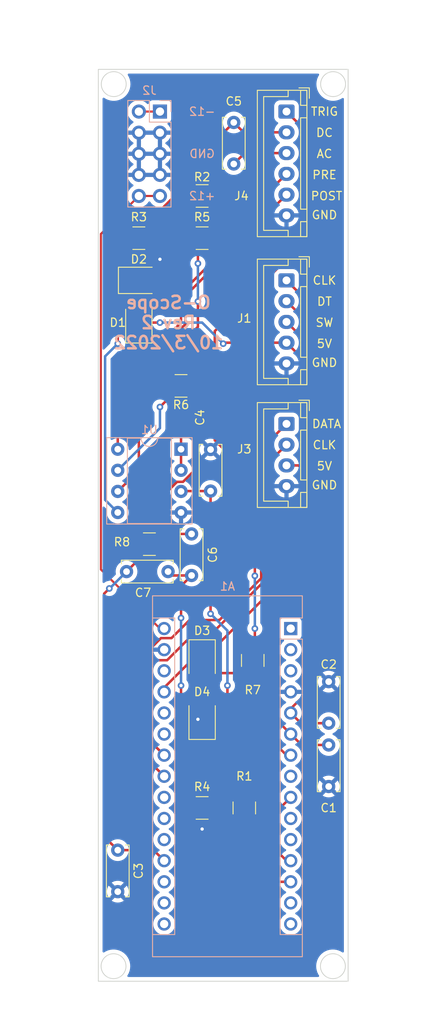
<source format=kicad_pcb>
(kicad_pcb (version 20211014) (generator pcbnew)
  (layers (0 "F.Cu" signal) (31 "B.Cu" signal) (34 "B.Paste" user) (35 "F.Paste" user) (36 "B.SilkS" user "B.Silkscreen") (37 "F.SilkS" user "F.Silkscreen") (38 "B.Mask" user) (39 "F.Mask" user) (44 "Edge.Cuts" user))
  (net 0 "")
  (net 4 "GND")
  (net 5 "EncoderCLK")
  (net 6 "EncoderDT")
  (net 7 "EncoderSW")
  (net 9 "ExternalTrigger")
  (net 12 "OffsetOut")
  (net 13 "LowPassInput")
  (net 19 "SignalIn")
  (net 23 "OLEDData")
  (net 24 "OLEDClock")
  (net 27 "+5V")
  (net 29 "+12V")
  (net 30 "Net-(C4-Pad1)")
  (net 31 "DCInput")
  (net 32 "ACInput")
  (net 33 "Net-(C6-Pad2)")
  (net 34 "Net-(D1-Pad2)")
  (net 35 "-12V")
  (net 36 "TriggerJack")
  (net 37 "PreGain")
  (net 38 "PostGain")
  (net 39 "OffsetVoltage")
  (footprint "Diode_SMD:D_1210_3225Metric_Pad1.42x2.65mm_HandSolder" (layer "F.Cu") (at 55.88 101.6 -90)
    (fp_text reference "D3" (at -3.556 0 180) (layer "F.SilkS"))
    (fp_text value "D_Schottky")
    (fp_line (start -2.46 -1.585) (end -2.46 1.585) (layer "F.SilkS") (width 0.12))
    (fp_line (start 1.6 -1.585) (end -2.46 -1.585) (layer "F.SilkS") (width 0.12))
    (fp_line (start -2.46 1.585) (end 1.6 1.585) (layer "F.SilkS") (width 0.12))
    (pad "1" smd roundrect (at -1.4875 0 270) (size 1.425 2.65) (layers "F.Cu" "F.Paste" "F.Mask") (roundrect_rratio 0.175439) (net 27 "+5V"))
    (pad "2" smd roundrect (at 1.4875 0 270) (size 1.425 2.65) (layers "F.Cu" "F.Paste" "F.Mask") (roundrect_rratio 0.175439) (net 9 "ExternalTrigger"))
  )
  (footprint "Resistor_SMD:R_1210_3225Metric_Pad1.30x2.65mm_HandSolder" (layer "F.Cu") (at 49.53 87.63)
    (fp_text reference "R8" (at -3.302 -0.254) (layer "F.SilkS"))
    (fp_text value "1k O")
    (fp_line (start -0.723737 1.355) (end 0.723737 1.355) (layer "F.SilkS") (width 0.12))
    (fp_line (start -0.723737 -1.355) (end 0.723737 -1.355) (layer "F.SilkS") (width 0.12))
    (pad "1" smd roundrect (at -1.55 0) (size 1.3 2.65) (layers "F.Cu" "F.Paste" "F.Mask") (roundrect_rratio 0.192308) (net 19 "SignalIn"))
    (pad "2" smd roundrect (at 1.55 0) (size 1.3 2.65) (layers "F.Cu" "F.Paste" "F.Mask") (roundrect_rratio 0.192308) (net 33 "Net-(C6-Pad2)"))
  )
  (footprint "Capacitor_THT:C_Disc_D6.0mm_W2.5mm_P5.00mm" (layer "F.Cu") (at 59.69 36.87 -90)
    (fp_text reference "C5" (at -2.54 0) (layer "F.SilkS"))
    (fp_text value "4.7 uF")
    (fp_line (start 5.62 0.925) (end 5.62 1.37) (layer "F.SilkS") (width 0.12))
    (fp_line (start 5.62 -1.37) (end 5.62 -0.925) (layer "F.SilkS") (width 0.12))
    (fp_line (start -0.62 0.925) (end -0.62 1.37) (layer "F.SilkS") (width 0.12))
    (fp_line (start -0.62 1.37) (end 5.62 1.37) (layer "F.SilkS") (width 0.12))
    (fp_line (start -0.62 -1.37) (end -0.62 -0.925) (layer "F.SilkS") (width 0.12))
    (fp_line (start -0.62 -1.37) (end 5.62 -1.37) (layer "F.SilkS") (width 0.12))
    (pad "1" thru_hole circle (at 0 0 270) (size 1.6 1.6) (drill 0.8) (layers *.Cu *.Mask) (net 31 "DCInput"))
    (pad "2" thru_hole circle (at 5 0 270) (size 1.6 1.6) (drill 0.8) (layers *.Cu *.Mask) (net 32 "ACInput"))
  )
  (footprint "Diode_SMD:D_1210_3225Metric_Pad1.42x2.65mm_HandSolder" (layer "F.Cu") (at 55.88 108.6755 90)
    (fp_text reference "D4" (at 3.2655 0 180) (layer "F.SilkS"))
    (fp_text value "D_Schottky")
    (fp_line (start -2.46 -1.585) (end -2.46 1.585) (layer "F.SilkS") (width 0.12))
    (fp_line (start 1.6 -1.585) (end -2.46 -1.585) (layer "F.SilkS") (width 0.12))
    (fp_line (start -2.46 1.585) (end 1.6 1.585) (layer "F.SilkS") (width 0.12))
    (pad "1" smd roundrect (at -1.4875 0 90) (size 1.425 2.65) (layers "F.Cu" "F.Paste" "F.Mask") (roundrect_rratio 0.175439) (net 9 "ExternalTrigger"))
    (pad "2" smd roundrect (at 1.4875 0 90) (size 1.425 2.65) (layers "F.Cu" "F.Paste" "F.Mask") (roundrect_rratio 0.175439) (net 4 "GND"))
  )
  (footprint "Resistor_SMD:R_1210_3225Metric_Pad1.30x2.65mm_HandSolder" (layer "F.Cu") (at 61.976 101.626 -90)
    (fp_text reference "R7" (at 3.556 0 180) (layer "F.SilkS"))
    (fp_text value "1k O")
    (fp_line (start -0.723737 -1.355) (end 0.723737 -1.355) (layer "F.SilkS") (width 0.12))
    (fp_line (start -0.723737 1.355) (end 0.723737 1.355) (layer "F.SilkS") (width 0.12))
    (pad "1" smd roundrect (at -1.55 0 270) (size 1.3 2.65) (layers "F.Cu" "F.Paste" "F.Mask") (roundrect_rratio 0.192308) (net 36 "TriggerJack"))
    (pad "2" smd roundrect (at 1.55 0 270) (size 1.3 2.65) (layers "F.Cu" "F.Paste" "F.Mask") (roundrect_rratio 0.192308) (net 9 "ExternalTrigger"))
  )
  (footprint "Resistor_SMD:R_1210_3225Metric_Pad1.30x2.65mm_HandSolder" (layer "F.Cu") (at 53.34 68.58 180)
    (fp_text reference "R6" (at 0 -2.28) (layer "F.SilkS"))
    (fp_text value "1k O")
    (fp_line (start -0.723737 1.355) (end 0.723737 1.355) (layer "F.SilkS") (width 0.12))
    (fp_line (start -0.723737 -1.355) (end 0.723737 -1.355) (layer "F.SilkS") (width 0.12))
    (pad "1" smd roundrect (at -1.55 0 180) (size 1.3 2.65) (layers "F.Cu" "F.Paste" "F.Mask") (roundrect_rratio 0.192308) (net 33 "Net-(C6-Pad2)"))
    (pad "2" smd roundrect (at 1.55 0 180) (size 1.3 2.65) (layers "F.Cu" "F.Paste" "F.Mask") (roundrect_rratio 0.192308) (net 38 "PostGain"))
  )
  (footprint "Diode_SMD:D_1210_3225Metric_Pad1.42x2.65mm_HandSolder" (layer "F.Cu") (at 48.26 55.88)
    (fp_text reference "D2" (at 0 -2.54) (layer "F.SilkS"))
    (fp_text value "D_Schottky")
    (fp_line (start -2.46 -1.585) (end -2.46 1.585) (layer "F.SilkS") (width 0.12))
    (fp_line (start -2.46 1.585) (end 1.6 1.585) (layer "F.SilkS") (width 0.12))
    (fp_line (start 1.6 -1.585) (end -2.46 -1.585) (layer "F.SilkS") (width 0.12))
    (pad "1" smd roundrect (at -1.4875 0) (size 1.425 2.65) (layers "F.Cu" "F.Paste" "F.Mask") (roundrect_rratio 0.175439) (net 34 "Net-(D1-Pad2)"))
    (pad "2" smd roundrect (at 1.4875 0) (size 1.425 2.65) (layers "F.Cu" "F.Paste" "F.Mask") (roundrect_rratio 0.175439) (net 4 "GND"))
  )
  (footprint "Connector_JST:JST_XH_B6B-XH-A_1x06_P2.50mm_Vertical" (layer "F.Cu") (at 66.04 35.56 -90)
    (fp_text reference "J4" (at 10.16 5.425 180) (layer "F.SilkS"))
    (fp_text value "Input Header")
    (fp_line (start 15.06 3.51) (end 15.06 -2.46) (layer "F.SilkS") (width 0.12))
    (fp_line (start -2.55 -2.45) (end -2.55 -1.7) (layer "F.SilkS") (width 0.12))
    (fp_line (start 15.06 -2.46) (end -2.56 -2.46) (layer "F.SilkS") (width 0.12))
    (fp_line (start 14.3 2.75) (end 6.25 2.75) (layer "F.SilkS") (width 0.12))
    (fp_line (start 0.75 -1.7) (end 11.75 -1.7) (layer "F.SilkS") (width 0.12))
    (fp_line (start -2.56 -2.46) (end -2.56 3.51) (layer "F.SilkS") (width 0.12))
    (fp_line (start -0.75 -2.45) (end -2.55 -2.45) (layer "F.SilkS") (width 0.12))
    (fp_line (start 13.25 -1.7) (end 15.05 -1.7) (layer "F.SilkS") (width 0.12))
    (fp_line (start -2.85 -2.75) (end -2.85 -1.5) (layer "F.SilkS") (width 0.12))
    (fp_line (start -1.8 -0.2) (end -1.8 2.75) (layer "F.SilkS") (width 0.12))
    (fp_line (start 0.75 -2.45) (end 0.75 -1.7) (layer "F.SilkS") (width 0.12))
    (fp_line (start -2.55 -0.2) (end -1.8 -0.2) (layer "F.SilkS") (width 0.12))
    (fp_line (start 14.3 -0.2) (end 14.3 2.75) (layer "F.SilkS") (width 0.12))
    (fp_line (start -2.55 -1.7) (end -0.75 -1.7) (layer "F.SilkS") (width 0.12))
    (fp_line (start 11.75 -1.7) (end 11.75 -2.45) (layer "F.SilkS") (width 0.12))
    (fp_line (start -2.56 3.51) (end 15.06 3.51) (layer "F.SilkS") (width 0.12))
    (fp_line (start -0.75 -1.7) (end -0.75 -2.45) (layer "F.SilkS") (width 0.12))
    (fp_line (start -1.6 -2.75) (end -2.85 -2.75) (layer "F.SilkS") (width 0.12))
    (fp_line (start 11.75 -2.45) (end 0.75 -2.45) (layer "F.SilkS") (width 0.12))
    (fp_line (start 15.05 -0.2) (end 14.3 -0.2) (layer "F.SilkS") (width 0.12))
    (fp_line (start -1.8 2.75) (end 6.25 2.75) (layer "F.SilkS") (width 0.12))
    (fp_line (start 13.25 -2.45) (end 13.25 -1.7) (layer "F.SilkS") (width 0.12))
    (fp_line (start 15.05 -2.45) (end 13.25 -2.45) (layer "F.SilkS") (width 0.12))
    (fp_line (start 15.05 -1.7) (end 15.05 -2.45) (layer "F.SilkS") (width 0.12))
    (pad "1" thru_hole roundrect (at 0 0 270) (size 1.7 1.95) (drill 0.95) (layers *.Cu *.Mask) (roundrect_rratio 0.147059) (net 36 "TriggerJack"))
    (pad "2" thru_hole oval (at 2.5 0 270) (size 1.7 1.95) (drill 0.95) (layers *.Cu *.Mask) (net 31 "DCInput"))
    (pad "3" thru_hole oval (at 5 0 270) (size 1.7 1.95) (drill 0.95) (layers *.Cu *.Mask) (net 32 "ACInput"))
    (pad "4" thru_hole oval (at 7.5 0 270) (size 1.7 1.95) (drill 0.95) (layers *.Cu *.Mask) (net 37 "PreGain"))
    (pad "5" thru_hole oval (at 10 0 270) (size 1.7 1.95) (drill 0.95) (layers *.Cu *.Mask) (net 38 "PostGain"))
    (pad "6" thru_hole oval (at 12.5 0 270) (size 1.7 1.95) (drill 0.95) (layers *.Cu *.Mask) (net 4 "GND"))
  )
  (footprint "Capacitor_THT:C_Disc_D6.0mm_W2.5mm_P5.00mm" (layer "F.Cu") (at 45.72 124.46 -90)
    (fp_text reference "C3" (at 2.5 -2.5 90) (layer "F.SilkS"))
    (fp_text value "470pf")
    (fp_line (start -0.62 0.925) (end -0.62 1.37) (layer "F.SilkS") (width 0.12))
    (fp_line (start -0.62 1.37) (end 5.62 1.37) (layer "F.SilkS") (width 0.12))
    (fp_line (start 5.62 0.925) (end 5.62 1.37) (layer "F.SilkS") (width 0.12))
    (fp_line (start -0.62 -1.37) (end -0.62 -0.925) (layer "F.SilkS") (width 0.12))
    (fp_line (start 5.62 -1.37) (end 5.62 -0.925) (layer "F.SilkS") (width 0.12))
    (fp_line (start -0.62 -1.37) (end 5.62 -1.37) (layer "F.SilkS") (width 0.12))
    (pad "1" thru_hole circle (at 0 0 270) (size 1.6 1.6) (drill 0.8) (layers *.Cu *.Mask) (net 19 "SignalIn"))
    (pad "2" thru_hole circle (at 5 0 270) (size 1.6 1.6) (drill 0.8) (layers *.Cu *.Mask) (net 4 "GND"))
  )
  (footprint "Connector_JST:JST_XH_B4B-XH-A_1x04_P2.50mm_Vertical" (layer "F.Cu") (at 66.04 73.152 -90)
    (fp_text reference "J3" (at 3.048 5.08) (layer "F.SilkS"))
    (fp_text value "OLED Header")
    (fp_line (start 10.05 -0.2) (end 9.3 -0.2) (layer "F.SilkS") (width 0.12))
    (fp_line (start -1.8 2.75) (end 3.75 2.75) (layer "F.SilkS") (width 0.12))
    (fp_line (start -1.8 -0.2) (end -1.8 2.75) (layer "F.SilkS") (width 0.12))
    (fp_line (start 10.06 -2.46) (end -2.56 -2.46) (layer "F.SilkS") (width 0.12))
    (fp_line (start 8.25 -2.45) (end 8.25 -1.7) (layer "F.SilkS") (width 0.12))
    (fp_line (start -2.55 -2.45) (end -2.55 -1.7) (layer "F.SilkS") (width 0.12))
    (fp_line (start 0.75 -2.45) (end 0.75 -1.7) (layer "F.SilkS") (width 0.12))
    (fp_line (start -1.6 -2.75) (end -2.85 -2.75) (layer "F.SilkS") (width 0.12))
    (fp_line (start -0.75 -2.45) (end -2.55 -2.45) (layer "F.SilkS") (width 0.12))
    (fp_line (start -2.56 3.51) (end 10.06 3.51) (layer "F.SilkS") (width 0.12))
    (fp_line (start 9.3 2.75) (end 3.75 2.75) (layer "F.SilkS") (width 0.12))
    (fp_line (start 10.05 -2.45) (end 8.25 -2.45) (layer "F.SilkS") (width 0.12))
    (fp_line (start 0.75 -1.7) (end 6.75 -1.7) (layer "F.SilkS") (width 0.12))
    (fp_line (start 10.06 3.51) (end 10.06 -2.46) (layer "F.SilkS") (width 0.12))
    (fp_line (start -2.55 -0.2) (end -1.8 -0.2) (layer "F.SilkS") (width 0.12))
    (fp_line (start -2.55 -1.7) (end -0.75 -1.7) (layer "F.SilkS") (width 0.12))
    (fp_line (start 8.25 -1.7) (end 10.05 -1.7) (layer "F.SilkS") (width 0.12))
    (fp_line (start 6.75 -1.7) (end 6.75 -2.45) (layer "F.SilkS") (width 0.12))
    (fp_line (start 9.3 -0.2) (end 9.3 2.75) (layer "F.SilkS") (width 0.12))
    (fp_line (start 10.05 -1.7) (end 10.05 -2.45) (layer "F.SilkS") (width 0.12))
    (fp_line (start -2.85 -2.75) (end -2.85 -1.5) (layer "F.SilkS") (width 0.12))
    (fp_line (start 6.75 -2.45) (end 0.75 -2.45) (layer "F.SilkS") (width 0.12))
    (fp_line (start -0.75 -1.7) (end -0.75 -2.45) (layer "F.SilkS") (width 0.12))
    (fp_line (start -2.56 -2.46) (end -2.56 3.51) (layer "F.SilkS") (width 0.12))
    (pad "1" thru_hole roundrect (at 0 0 270) (size 1.7 1.95) (drill 0.95) (layers *.Cu *.Mask) (roundrect_rratio 0.147059) (net 23 "OLEDData"))
    (pad "2" thru_hole oval (at 2.5 0 270) (size 1.7 1.95) (drill 0.95) (layers *.Cu *.Mask) (net 24 "OLEDClock"))
    (pad "3" thru_hole oval (at 5 0 270) (size 1.7 1.95) (drill 0.95) (layers *.Cu *.Mask) (net 27 "+5V"))
    (pad "4" thru_hole oval (at 7.5 0 270) (size 1.7 1.95) (drill 0.95) (layers *.Cu *.Mask) (net 4 "GND"))
  )
  (footprint "Capacitor_THT:C_Disc_D6.0mm_W2.5mm_P5.00mm" (layer "F.Cu") (at 56.896 81.24 90)
    (fp_text reference "C4" (at 8.85 -1.27 90) (layer "F.SilkS"))
    (fp_text value "1uF")
    (fp_line (start -0.62 -1.37) (end 5.62 -1.37) (layer "F.SilkS") (width 0.12))
    (fp_line (start -0.62 -1.37) (end -0.62 -0.925) (layer "F.SilkS") (width 0.12))
    (fp_line (start -0.62 1.37) (end 5.62 1.37) (layer "F.SilkS") (width 0.12))
    (fp_line (start 5.62 0.925) (end 5.62 1.37) (layer "F.SilkS") (width 0.12))
    (fp_line (start -0.62 0.925) (end -0.62 1.37) (layer "F.SilkS") (width 0.12))
    (fp_line (start 5.62 -1.37) (end 5.62 -0.925) (layer "F.SilkS") (width 0.12))
    (pad "1" thru_hole circle (at 0 0 90) (size 1.6 1.6) (drill 0.8) (layers *.Cu *.Mask) (net 30 "Net-(C4-Pad1)"))
    (pad "2" thru_hole circle (at 5 0 90) (size 1.6 1.6) (drill 0.8) (layers *.Cu *.Mask) (net 4 "GND"))
  )
  (footprint "Resistor_SMD:R_1210_3225Metric_Pad1.30x2.65mm_HandSolder" (layer "F.Cu") (at 55.88 45.72)
    (fp_text reference "R2" (at 0 -2.28) (layer "F.SilkS"))
    (fp_text value "10k O")
    (fp_line (start -0.723737 1.355) (end 0.723737 1.355) (layer "F.SilkS") (width 0.12))
    (fp_line (start -0.723737 -1.355) (end 0.723737 -1.355) (layer "F.SilkS") (width 0.12))
    (pad "1" smd roundrect (at -1.55 0) (size 1.3 2.65) (layers "F.Cu" "F.Paste" "F.Mask") (roundrect_rratio 0.192308) (net 34 "Net-(D1-Pad2)"))
    (pad "2" smd roundrect (at 1.55 0) (size 1.3 2.65) (layers "F.Cu" "F.Paste" "F.Mask") (roundrect_rratio 0.192308) (net 31 "DCInput"))
  )
  (footprint "Capacitor_THT:C_Disc_D6.0mm_W2.5mm_P5.00mm" (layer "F.Cu") (at 54.61 91.4 90)
    (fp_text reference "C6" (at 2.5 2.54 90) (layer "F.SilkS"))
    (fp_text value "22 nF")
    (fp_line (start 5.62 0.925) (end 5.62 1.37) (layer "F.SilkS") (width 0.12))
    (fp_line (start -0.62 -1.37) (end -0.62 -0.925) (layer "F.SilkS") (width 0.12))
    (fp_line (start -0.62 0.925) (end -0.62 1.37) (layer "F.SilkS") (width 0.12))
    (fp_line (start -0.62 1.37) (end 5.62 1.37) (layer "F.SilkS") (width 0.12))
    (fp_line (start 5.62 -1.37) (end 5.62 -0.925) (layer "F.SilkS") (width 0.12))
    (fp_line (start -0.62 -1.37) (end 5.62 -1.37) (layer "F.SilkS") (width 0.12))
    (pad "1" thru_hole circle (at 0 0 90) (size 1.6 1.6) (drill 0.8) (layers *.Cu *.Mask) (net 13 "LowPassInput"))
    (pad "2" thru_hole circle (at 5 0 90) (size 1.6 1.6) (drill 0.8) (layers *.Cu *.Mask) (net 33 "Net-(C6-Pad2)"))
  )
  (footprint "Resistor_SMD:R_1210_3225Metric_Pad1.30x2.65mm_HandSolder" (layer "F.Cu") (at 55.88 119.38 180)
    (fp_text reference "R4" (at 0 2.54) (layer "F.SilkS"))
    (fp_text value "100k O")
    (fp_line (start -0.723737 1.355) (end 0.723737 1.355) (layer "F.SilkS") (width 0.12))
    (fp_line (start -0.723737 -1.355) (end 0.723737 -1.355) (layer "F.SilkS") (width 0.12))
    (pad "1" smd roundrect (at -1.55 0 180) (size 1.3 2.65) (layers "F.Cu" "F.Paste" "F.Mask") (roundrect_rratio 0.192308) (net 9 "ExternalTrigger"))
    (pad "2" smd roundrect (at 1.55 0 180) (size 1.3 2.65) (layers "F.Cu" "F.Paste" "F.Mask") (roundrect_rratio 0.192308) (net 4 "GND"))
  )
  (footprint "Resistor_SMD:R_1210_3225Metric_Pad1.30x2.65mm_HandSolder" (layer "F.Cu") (at 48.26 50.8)
    (fp_text reference "R3" (at 0 -2.54 180) (layer "F.SilkS"))
    (fp_text value "47k O")
    (fp_line (start -0.723737 -1.355) (end 0.723737 -1.355) (layer "F.SilkS") (width 0.12))
    (fp_line (start -0.723737 1.355) (end 0.723737 1.355) (layer "F.SilkS") (width 0.12))
    (pad "1" smd roundrect (at -1.55 0) (size 1.3 2.65) (layers "F.Cu" "F.Paste" "F.Mask") (roundrect_rratio 0.192308) (net 34 "Net-(D1-Pad2)"))
    (pad "2" smd roundrect (at 1.55 0) (size 1.3 2.65) (layers "F.Cu" "F.Paste" "F.Mask") (roundrect_rratio 0.192308) (net 39 "OffsetVoltage"))
  )
  (footprint "Capacitor_THT:C_Disc_D6.0mm_W2.5mm_P5.00mm" (layer "F.Cu") (at 71.12 111.8 -90)
    (fp_text reference "C1" (at 7.58 0 180) (layer "F.SilkS"))
    (fp_text value "0.01uF")
    (fp_line (start -0.62 -1.37) (end -0.62 -0.925) (layer "F.SilkS") (width 0.12))
    (fp_line (start -0.62 0.925) (end -0.62 1.37) (layer "F.SilkS") (width 0.12))
    (fp_line (start -0.62 -1.37) (end 5.62 -1.37) (layer "F.SilkS") (width 0.12))
    (fp_line (start 5.62 -1.37) (end 5.62 -0.925) (layer "F.SilkS") (width 0.12))
    (fp_line (start -0.62 1.37) (end 5.62 1.37) (layer "F.SilkS") (width 0.12))
    (fp_line (start 5.62 0.925) (end 5.62 1.37) (layer "F.SilkS") (width 0.12))
    (pad "1" thru_hole circle (at 0 0 270) (size 1.6 1.6) (drill 0.8) (layers *.Cu *.Mask) (net 6 "EncoderDT"))
    (pad "2" thru_hole circle (at 5 0 270) (size 1.6 1.6) (drill 0.8) (layers *.Cu *.Mask) (net 4 "GND"))
  )
  (footprint "Capacitor_THT:C_Disc_D6.0mm_W2.5mm_P5.00mm" (layer "F.Cu") (at 71.12 109.18 90)
    (fp_text reference "C2" (at 7.072 0 180) (layer "F.SilkS"))
    (fp_text value "0.01uF")
    (fp_line (start -0.62 1.37) (end 5.62 1.37) (layer "F.SilkS") (width 0.12))
    (fp_line (start -0.62 0.925) (end -0.62 1.37) (layer "F.SilkS") (width 0.12))
    (fp_line (start 5.62 -1.37) (end 5.62 -0.925) (layer "F.SilkS") (width 0.12))
    (fp_line (start -0.62 -1.37) (end 5.62 -1.37) (layer "F.SilkS") (width 0.12))
    (fp_line (start -0.62 -1.37) (end -0.62 -0.925) (layer "F.SilkS") (width 0.12))
    (fp_line (start 5.62 0.925) (end 5.62 1.37) (layer "F.SilkS") (width 0.12))
    (pad "1" thru_hole circle (at 0 0 90) (size 1.6 1.6) (drill 0.8) (layers *.Cu *.Mask) (net 5 "EncoderCLK"))
    (pad "2" thru_hole circle (at 5 0 90) (size 1.6 1.6) (drill 0.8) (layers *.Cu *.Mask) (net 4 "GND"))
  )
  (footprint "Resistor_SMD:R_1210_3225Metric_Pad1.30x2.65mm_HandSolder" (layer "F.Cu") (at 60.96 119.38 -90)
    (fp_text reference "R1" (at -3.81 0) (layer "F.SilkS"))
    (fp_text value "47k O")
    (fp_line (start -0.723737 -1.355) (end 0.723737 -1.355) (layer "F.SilkS") (width 0.12))
    (fp_line (start -0.723737 1.355) (end 0.723737 1.355) (layer "F.SilkS") (width 0.12))
    (pad "1" smd roundrect (at -1.55 0 270) (size 1.3 2.65) (layers "F.Cu" "F.Paste" "F.Mask") (roundrect_rratio 0.192308) (net 30 "Net-(C4-Pad1)"))
    (pad "2" smd roundrect (at 1.55 0 270) (size 1.3 2.65) (layers "F.Cu" "F.Paste" "F.Mask") (roundrect_rratio 0.192308) (net 12 "OffsetOut"))
  )
  (footprint "Resistor_SMD:R_1210_3225Metric_Pad1.30x2.65mm_HandSolder" (layer "F.Cu") (at 55.88 50.8 180)
    (fp_text reference "R5" (at 0 2.54) (layer "F.SilkS"))
    (fp_text value "10k O")
    (fp_line (start -0.723737 -1.355) (end 0.723737 -1.355) (layer "F.SilkS") (width 0.12))
    (fp_line (start -0.723737 1.355) (end 0.723737 1.355) (layer "F.SilkS") (width 0.12))
    (pad "1" smd roundrect (at -1.55 0 180) (size 1.3 2.65) (layers "F.Cu" "F.Paste" "F.Mask") (roundrect_rratio 0.192308) (net 37 "PreGain"))
    (pad "2" smd roundrect (at 1.55 0 180) (size 1.3 2.65) (layers "F.Cu" "F.Paste" "F.Mask") (roundrect_rratio 0.192308) (net 39 "OffsetVoltage"))
  )
  (footprint "Capacitor_THT:C_Disc_D6.0mm_W2.5mm_P5.00mm" (layer "F.Cu") (at 51.776 90.932 180)
    (fp_text reference "C7" (at 3.008 -2.54 180) (layer "F.SilkS"))
    (fp_text value "22 nF")
    (fp_line (start -0.62 0.925) (end -0.62 1.37) (layer "F.SilkS") (width 0.12))
    (fp_line (start 5.62 -1.37) (end 5.62 -0.925) (layer "F.SilkS") (width 0.12))
    (fp_line (start 5.62 0.925) (end 5.62 1.37) (layer "F.SilkS") (width 0.12))
    (fp_line (start -0.62 -1.37) (end -0.62 -0.925) (layer "F.SilkS") (width 0.12))
    (fp_line (start -0.62 1.37) (end 5.62 1.37) (layer "F.SilkS") (width 0.12))
    (fp_line (start -0.62 -1.37) (end 5.62 -1.37) (layer "F.SilkS") (width 0.12))
    (pad "1" thru_hole circle (at 0 0 180) (size 1.6 1.6) (drill 0.8) (layers *.Cu *.Mask) (net 13 "LowPassInput"))
    (pad "2" thru_hole circle (at 5 0 180) (size 1.6 1.6) (drill 0.8) (layers *.Cu *.Mask) (net 19 "SignalIn"))
  )
  (footprint "Connector_JST:JST_XH_B5B-XH-A_1x05_P2.50mm_Vertical" (layer "F.Cu") (at 66.04 55.88 -90)
    (fp_text reference "J1" (at 4.572 5.08 180) (layer "F.SilkS"))
    (fp_text value "Encoder Header")
    (fp_line (start 12.56 3.51) (end 12.56 -2.46) (layer "F.SilkS") (width 0.12))
    (fp_line (start -2.55 -2.45) (end -2.55 -1.7) (layer "F.SilkS") (width 0.12))
    (fp_line (start 11.8 -0.2) (end 11.8 2.75) (layer "F.SilkS") (width 0.12))
    (fp_line (start -2.56 -2.46) (end -2.56 3.51) (layer "F.SilkS") (width 0.12))
    (fp_line (start -1.6 -2.75) (end -2.85 -2.75) (layer "F.SilkS") (width 0.12))
    (fp_line (start 11.8 2.75) (end 5 2.75) (layer "F.SilkS") (width 0.12))
    (fp_line (start -1.8 -0.2) (end -1.8 2.75) (layer "F.SilkS") (width 0.12))
    (fp_line (start -2.55 -1.7) (end -0.75 -1.7) (layer "F.SilkS") (width 0.12))
    (fp_line (start 0.75 -2.45) (end 0.75 -1.7) (layer "F.SilkS") (width 0.12))
    (fp_line (start -0.75 -1.7) (end -0.75 -2.45) (layer "F.SilkS") (width 0.12))
    (fp_line (start 10.75 -2.45) (end 10.75 -1.7) (layer "F.SilkS") (width 0.12))
    (fp_line (start 12.55 -0.2) (end 11.8 -0.2) (layer "F.SilkS") (width 0.12))
    (fp_line (start -2.85 -2.75) (end -2.85 -1.5) (layer "F.SilkS") (width 0.12))
    (fp_line (start 0.75 -1.7) (end 9.25 -1.7) (layer "F.SilkS") (width 0.12))
    (fp_line (start 12.56 -2.46) (end -2.56 -2.46) (layer "F.SilkS") (width 0.12))
    (fp_line (start -1.8 2.75) (end 5 2.75) (layer "F.SilkS") (width 0.12))
    (fp_line (start 9.25 -1.7) (end 9.25 -2.45) (layer "F.SilkS") (width 0.12))
    (fp_line (start -0.75 -2.45) (end -2.55 -2.45) (layer "F.SilkS") (width 0.12))
    (fp_line (start 12.55 -1.7) (end 12.55 -2.45) (layer "F.SilkS") (width 0.12))
    (fp_line (start 10.75 -1.7) (end 12.55 -1.7) (layer "F.SilkS") (width 0.12))
    (fp_line (start -2.56 3.51) (end 12.56 3.51) (layer "F.SilkS") (width 0.12))
    (fp_line (start -2.55 -0.2) (end -1.8 -0.2) (layer "F.SilkS") (width 0.12))
    (fp_line (start 12.55 -2.45) (end 10.75 -2.45) (layer "F.SilkS") (width 0.12))
    (fp_line (start 9.25 -2.45) (end 0.75 -2.45) (layer "F.SilkS") (width 0.12))
    (pad "1" thru_hole roundrect (at 0 0 270) (size 1.7 1.95) (drill 0.95) (layers *.Cu *.Mask) (roundrect_rratio 0.147059) (net 5 "EncoderCLK"))
    (pad "2" thru_hole oval (at 2.5 0 270) (size 1.7 1.95) (drill 0.95) (layers *.Cu *.Mask) (net 6 "EncoderDT"))
    (pad "3" thru_hole oval (at 5 0 270) (size 1.7 1.95) (drill 0.95) (layers *.Cu *.Mask) (net 7 "EncoderSW"))
    (pad "4" thru_hole oval (at 7.5 0 270) (size 1.7 1.95) (drill 0.95) (layers *.Cu *.Mask) (net 27 "+5V"))
    (pad "5" thru_hole oval (at 10 0 270) (size 1.7 1.95) (drill 0.95) (layers *.Cu *.Mask) (net 4 "GND"))
  )
  (footprint "Diode_SMD:D_1210_3225Metric_Pad1.42x2.65mm_HandSolder" (layer "F.Cu") (at 48.26 60.96 90)
    (fp_text reference "D1" (at 0 -2.54 180) (layer "F.SilkS"))
    (fp_text value "D_Schottky")
    (fp_line (start -2.46 -1.585) (end -2.46 1.585) (layer "F.SilkS") (width 0.12))
    (fp_line (start -2.46 1.585) (end 1.6 1.585) (layer "F.SilkS") (width 0.12))
    (fp_line (start 1.6 -1.585) (end -2.46 -1.585) (layer "F.SilkS") (width 0.12))
    (pad "1" smd roundrect (at -1.4875 0 90) (size 1.425 2.65) (layers "F.Cu" "F.Paste" "F.Mask") (roundrect_rratio 0.175439) (net 27 "+5V"))
    (pad "2" smd roundrect (at 1.4875 0 90) (size 1.425 2.65) (layers "F.Cu" "F.Paste" "F.Mask") (roundrect_rratio 0.175439) (net 34 "Net-(D1-Pad2)"))
  )
  (footprint "Module:Arduino_Nano" (layer "B.Cu") (at 66.548 97.79 180)
    (fp_text reference "A1" (at 7.62 5.08) (layer "B.SilkS") (effects (justify mirror)))
    (fp_text value "Nano")
    (fp_line (start 1.27 -1.27) (end -1.4 -1.27) (layer "B.SilkS") (width 0.12))
    (fp_line (start -1.4 3.94) (end -1.4 1.27) (layer "B.SilkS") (width 0.12))
    (fp_line (start 13.97 -36.83) (end 16.64 -36.83) (layer "B.SilkS") (width 0.12))
    (fp_line (start 13.97 1.27) (end 13.97 -36.83) (layer "B.SilkS") (width 0.12))
    (fp_line (start 1.27 1.27) (end -1.4 1.27) (layer "B.SilkS") (width 0.12))
    (fp_line (start 1.27 -36.83) (end -1.4 -36.83) (layer "B.SilkS") (width 0.12))
    (fp_line (start 1.27 -1.27) (end 1.27 -36.83) (layer "B.SilkS") (width 0.12))
    (fp_line (start 16.64 -39.5) (end 16.64 3.94) (layer "B.SilkS") (width 0.12))
    (fp_line (start 13.97 1.27) (end 16.64 1.27) (layer "B.SilkS") (width 0.12))
    (fp_line (start 16.64 3.94) (end -1.4 3.94) (layer "B.SilkS") (width 0.12))
    (fp_line (start 1.27 -1.27) (end 1.27 1.27) (layer "B.SilkS") (width 0.12))
    (fp_line (start -1.4 -39.5) (end 16.64 -39.5) (layer "B.SilkS") (width 0.12))
    (fp_line (start -1.4 -1.27) (end -1.4 -39.5) (layer "B.SilkS") (width 0.12))
    (pad "1" thru_hole rect (at 0 0 180) (size 1.6 1.6) (drill 1) (layers *.Cu *.Mask))
    (pad "2" thru_hole oval (at 0 -2.54 180) (size 1.6 1.6) (drill 1) (layers *.Cu *.Mask))
    (pad "3" thru_hole oval (at 0 -5.08 180) (size 1.6 1.6) (drill 1) (layers *.Cu *.Mask))
    (pad "4" thru_hole oval (at 0 -7.62 180) (size 1.6 1.6) (drill 1) (layers *.Cu *.Mask) (net 4 "GND"))
    (pad "5" thru_hole oval (at 0 -10.16 180) (size 1.6 1.6) (drill 1) (layers *.Cu *.Mask) (net 5 "EncoderCLK"))
    (pad "6" thru_hole oval (at 0 -12.7 180) (size 1.6 1.6) (drill 1) (layers *.Cu *.Mask) (net 6 "EncoderDT"))
    (pad "7" thru_hole oval (at 0 -15.24 180) (size 1.6 1.6) (drill 1) (layers *.Cu *.Mask) (net 7 "EncoderSW"))
    (pad "8" thru_hole oval (at 0 -17.78 180) (size 1.6 1.6) (drill 1) (layers *.Cu *.Mask))
    (pad "9" thru_hole oval (at 0 -20.32 180) (size 1.6 1.6) (drill 1) (layers *.Cu *.Mask) (net 9 "ExternalTrigger"))
    (pad "10" thru_hole oval (at 0 -22.86 180) (size 1.6 1.6) (drill 1) (layers *.Cu *.Mask))
    (pad "11" thru_hole oval (at 0 -25.4 180) (size 1.6 1.6) (drill 1) (layers *.Cu *.Mask))
    (pad "12" thru_hole oval (at 0 -27.94 180) (size 1.6 1.6) (drill 1) (layers *.Cu *.Mask) (net 12 "OffsetOut"))
    (pad "13" thru_hole oval (at 0 -30.48 180) (size 1.6 1.6) (drill 1) (layers *.Cu *.Mask) (net 13 "LowPassInput"))
    (pad "14" thru_hole oval (at 0 -33.02 180) (size 1.6 1.6) (drill 1) (layers *.Cu *.Mask))
    (pad "15" thru_hole oval (at 0 -35.56 180) (size 1.6 1.6) (drill 1) (layers *.Cu *.Mask))
    (pad "16" thru_hole oval (at 15.24 -35.56 180) (size 1.6 1.6) (drill 1) (layers *.Cu *.Mask))
    (pad "17" thru_hole oval (at 15.24 -33.02 180) (size 1.6 1.6) (drill 1) (layers *.Cu *.Mask))
    (pad "18" thru_hole oval (at 15.24 -30.48 180) (size 1.6 1.6) (drill 1) (layers *.Cu *.Mask))
    (pad "19" thru_hole oval (at 15.24 -27.94 180) (size 1.6 1.6) (drill 1) (layers *.Cu *.Mask) (net 19 "SignalIn"))
    (pad "20" thru_hole oval (at 15.24 -25.4 180) (size 1.6 1.6) (drill 1) (layers *.Cu *.Mask))
    (pad "21" thru_hole oval (at 15.24 -22.86 180) (size 1.6 1.6) (drill 1) (layers *.Cu *.Mask))
    (pad "22" thru_hole oval (at 15.24 -20.32 180) (size 1.6 1.6) (drill 1) (layers *.Cu *.Mask))
    (pad "23" thru_hole oval (at 15.24 -17.78 180) (size 1.6 1.6) (drill 1) (layers *.Cu *.Mask) (net 23 "OLEDData"))
    (pad "24" thru_hole oval (at 15.24 -15.24 180) (size 1.6 1.6) (drill 1) (layers *.Cu *.Mask) (net 24 "OLEDClock"))
    (pad "25" thru_hole oval (at 15.24 -12.7 180) (size 1.6 1.6) (drill 1) (layers *.Cu *.Mask))
    (pad "26" thru_hole oval (at 15.24 -10.16 180) (size 1.6 1.6) (drill 1) (layers *.Cu *.Mask))
    (pad "27" thru_hole oval (at 15.24 -7.62 180) (size 1.6 1.6) (drill 1) (layers *.Cu *.Mask) (net 27 "+5V"))
    (pad "28" thru_hole oval (at 15.24 -5.08 180) (size 1.6 1.6) (drill 1) (layers *.Cu *.Mask))
    (pad "29" thru_hole oval (at 15.24 -2.54 180) (size 1.6 1.6) (drill 1) (layers *.Cu *.Mask) (net 4 "GND"))
    (pad "30" thru_hole oval (at 15.24 0 180) (size 1.6 1.6) (drill 1) (layers *.Cu *.Mask) (net 29 "+12V"))
  )
  (footprint "Package_DIP:DIP-8_W7.62mm_Socket" (layer "B.Cu") (at 53.34 76.2 180)
    (fp_text reference "U1" (at 3.81 2.33) (layer "B.SilkS") (effects (justify mirror)))
    (fp_text value "Opamp_Dual")
    (fp_line (start 6.46 1.33) (end 4.81 1.33) (layer "B.SilkS") (width 0.12))
    (fp_line (start 8.95 1.39) (end -1.33 1.39) (layer "B.SilkS") (width 0.12))
    (fp_line (start 1.16 1.33) (end 1.16 -8.95) (layer "B.SilkS") (width 0.12))
    (fp_line (start 8.95 -9.01) (end 8.95 1.39) (layer "B.SilkS") (width 0.12))
    (fp_line (start -1.33 -9.01) (end 8.95 -9.01) (layer "B.SilkS") (width 0.12))
    (fp_line (start -1.33 1.39) (end -1.33 -9.01) (layer "B.SilkS") (width 0.12))
    (fp_line (start 6.46 -8.95) (end 6.46 1.33) (layer "B.SilkS") (width 0.12))
    (fp_line (start 1.16 -8.95) (end 6.46 -8.95) (layer "B.SilkS") (width 0.12))
    (fp_line (start 2.81 1.33) (end 1.16 1.33) (layer "B.SilkS") (width 0.12))
    (fp_arc (start 2.81 1.33) (mid 3.81 0.33) (end 4.81 1.33) (layer "B.SilkS") (width 0.12))
    (pad "1" thru_hole rect (at 0 0 180) (size 1.6 1.6) (drill 0.8) (layers *.Cu *.Mask) (net 39 "OffsetVoltage"))
    (pad "2" thru_hole oval (at 0 -2.54 180) (size 1.6 1.6) (drill 0.8) (layers *.Cu *.Mask) (net 39 "OffsetVoltage"))
    (pad "3" thru_hole oval (at 0 -5.08 180) (size 1.6 1.6) (drill 0.8) (layers *.Cu *.Mask) (net 30 "Net-(C4-Pad1)"))
    (pad "4" thru_hole oval (at 0 -7.62 180) (size 1.6 1.6) (drill 0.8) (layers *.Cu *.Mask) (net 4 "GND"))
    (pad "5" thru_hole oval (at 7.62 -7.62 180) (size 1.6 1.6) (drill 0.8) (layers *.Cu *.Mask) (net 34 "Net-(D1-Pad2)"))
    (pad "6" thru_hole oval (at 7.62 -5.08 180) (size 1.6 1.6) (drill 0.8) (layers *.Cu *.Mask) (net 37 "PreGain"))
    (pad "7" thru_hole oval (at 7.62 -2.54 180) (size 1.6 1.6) (drill 0.8) (layers *.Cu *.Mask) (net 38 "PostGain"))
    (pad "8" thru_hole oval (at 7.62 0 180) (size 1.6 1.6) (drill 0.8) (layers *.Cu *.Mask) (net 27 "+5V"))
  )
  (footprint "Connector_PinHeader_2.54mm:PinHeader_2x05_P2.54mm_Vertical" (layer "B.Cu") (at 50.8 35.56 180)
    (fp_text reference "J2" (at 1.27 2.54) (layer "B.SilkS") (effects (justify mirror)))
    (fp_text value "10-Pin uZeus Power")
    (fp_line (start 1.27 1.33) (end 3.87 1.33) (layer "B.SilkS") (width 0.12))
    (fp_line (start 1.27 -1.27) (end 1.27 1.33) (layer "B.SilkS") (width 0.12))
    (fp_line (start -1.33 -1.27) (end 1.27 -1.27) (layer "B.SilkS") (width 0.12))
    (fp_line (start -1.33 0) (end -1.33 1.33) (layer "B.SilkS") (width 0.12))
    (fp_line (start -1.33 -1.27) (end -1.33 -11.49) (layer "B.SilkS") (width 0.12))
    (fp_line (start 3.87 1.33) (end 3.87 -11.49) (layer "B.SilkS") (width 0.12))
    (fp_line (start -1.33 -11.49) (end 3.87 -11.49) (layer "B.SilkS") (width 0.12))
    (fp_line (start -1.33 1.33) (end 0 1.33) (layer "B.SilkS") (width 0.12))
    (pad "1" thru_hole rect (at 0 0 180) (size 1.7 1.7) (drill 1) (layers *.Cu *.Mask) (net 35 "-12V"))
    (pad "2" thru_hole oval (at 2.54 0 180) (size 1.7 1.7) (drill 1) (layers *.Cu *.Mask) (net 35 "-12V"))
    (pad "3" thru_hole oval (at 0 -2.54 180) (size 1.7 1.7) (drill 1) (layers *.Cu *.Mask) (net 4 "GND"))
    (pad "4" thru_hole oval (at 2.54 -2.54 180) (size 1.7 1.7) (drill 1) (layers *.Cu *.Mask) (net 4 "GND"))
    (pad "5" thru_hole oval (at 0 -5.08 180) (size 1.7 1.7) (drill 1) (layers *.Cu *.Mask) (net 4 "GND"))
    (pad "6" thru_hole oval (at 2.54 -5.08 180) (size 1.7 1.7) (drill 1) (layers *.Cu *.Mask) (net 4 "GND"))
    (pad "7" thru_hole oval (at 0 -7.62 180) (size 1.7 1.7) (drill 1) (layers *.Cu *.Mask) (net 4 "GND"))
    (pad "8" thru_hole oval (at 2.54 -7.62 180) (size 1.7 1.7) (drill 1) (layers *.Cu *.Mask) (net 4 "GND"))
    (pad "9" thru_hole oval (at 0 -10.16 180) (size 1.7 1.7) (drill 1) (layers *.Cu *.Mask) (net 29 "+12V"))
    (pad "10" thru_hole oval (at 2.54 -10.16 180) (size 1.7 1.7) (drill 1) (layers *.Cu *.Mask) (net 29 "+12V"))
  )
  (gr_circle (center 45.236 32.258) (end 46.736 32.258) (layer "Edge.Cuts") (width 0.1) (fill none))
  (gr_circle (center 45.212 138.43) (end 46.712 138.43) (layer "Edge.Cuts") (width 0.1) (fill none))
  (gr_circle (center 71.652 32.258) (end 73.152 32.258) (layer "Edge.Cuts") (width 0.1) (fill none))
  (gr_circle (center 71.628 138.43) (end 73.128 138.43) (layer "Edge.Cuts") (width 0.1) (fill none))
  (gr_rect (start 43.38 30.48) (end 73.46 140.24) (layer "Edge.Cuts") (width 0.1) (fill none))
  (gr_text "+12" (at 55.88 45.72) (layer "B.SilkS") (effects (font (size 1 1)) (justify mirror)))
  (gr_text "-12" (at 55.88 35.56) (layer "B.SilkS") (effects (font (size 1 1)) (justify mirror)))
  (gr_text "O-Scope\nRev 2\n10/3/2022" (at 51.816 60.96) (layer "B.SilkS") (effects (font (size 1.5 1.5) (thickness 0.3)) (justify mirror)))
  (gr_text "GND" (at 55.88 40.64) (layer "B.SilkS") (effects (font (size 1 1)) (justify mirror)))
  (gr_text "PRE" (at 70.612 43.18) (layer "F.SilkS") (effects (font (size 1 1))))
  (gr_text "DATA" (at 70.866 73.152) (layer "F.SilkS") (effects (font (size 1 1))))
  (gr_text "DT" (at 70.612 58.42) (layer "F.SilkS") (effects (font (size 1 1))))
  (gr_text "GND" (at 70.612 48.006) (layer "F.SilkS") (effects (font (size 1 1))))
  (gr_text "DC" (at 70.612 38.1) (layer "F.SilkS") (effects (font (size 1 1))))
  (gr_text "5V" (at 70.612 63.5) (layer "F.SilkS") (effects (font (size 1 1))))
  (gr_text "SW" (at 70.612 60.96) (layer "F.SilkS") (effects (font (size 1 1))))
  (gr_text "TRIG" (at 70.612 35.56) (layer "F.SilkS") (effects (font (size 1 1))))
  (gr_text "POST" (at 70.866 45.72) (layer "F.SilkS") (effects (font (size 1 1))))
  (gr_text "CLK" (at 70.612 55.88) (layer "F.SilkS") (effects (font (size 1 1))))
  (gr_text "GND" (at 70.612 80.518) (layer "F.SilkS") (effects (font (size 1 1))))
  (gr_text "GND" (at 70.612 65.786) (layer "F.SilkS") (effects (font (size 1 1))))
  (gr_text "5V" (at 70.612 78.232) (layer "F.SilkS") (effects (font (size 1 1))))
  (gr_text "CLK" (at 70.612 75.692) (layer "F.SilkS") (effects (font (size 1 1))))
  (gr_text "AC" (at 70.612 40.64) (layer "F.SilkS") (effects (font (size 1 1))))
  (segment (start 49.7475 55.88) (end 50.8 54.8275) (width 0.3) (layer "F.Cu") (net 4))
  (segment (start 55.88 108.204) (end 55.372 108.712) (width 0.3) (layer "F.Cu") (net 4))
  (segment (start 50.8 54.8275) (end 50.8 53.34) (width 0.3) (layer "F.Cu") (net 4))
  (segment (start 55.88 107.188) (end 55.88 108.204) (width 0.3) (layer "F.Cu") (net 4))
  (segment (start 55.88 120.93) (end 55.88 121.92) (width 0.3) (layer "F.Cu") (net 4))
  (segment (start 54.33 119.38) (end 55.88 120.93) (width 0.3) (layer "F.Cu") (net 4))
  (via (at 50.8 53.34) (size 0.8) (drill 0.4) (layers "F.Cu" "B.Cu") (net 4))
  (via (at 55.88 121.92) (size 0.8) (drill 0.4) (layers "F.Cu" "B.Cu") (net 4))
  (via (at 55.372 108.712) (size 0.8) (drill 0.4) (layers "F.Cu" "B.Cu") (net 4))
  (segment (start 67.778 109.18) (end 71.12 109.18) (width 0.3) (layer "F.Cu") (net 5))
  (segment (start 69.088 91.076212) (end 70.35 89.814212) (width 0.3) (layer "F.Cu") (net 5))
  (segment (start 66.548 107.95) (end 67.778 109.18) (width 0.3) (layer "F.Cu") (net 5))
  (segment (start 66.548 107.442) (end 69.088 104.902) (width 0.3) (layer "F.Cu") (net 5))
  (segment (start 70.35 89.814212) (end 70.35 60.19) (width 0.3) (layer "F.Cu") (net 5))
  (segment (start 70.35 60.19) (end 66.04 55.88) (width 0.3) (layer "F.Cu") (net 5))
  (segment (start 69.088 104.902) (end 69.088 91.076212) (width 0.3) (layer "F.Cu") (net 5))
  (segment (start 69.85 89.607106) (end 64.516 94.941106) (width 0.3) (layer "F.Cu") (net 6))
  (segment (start 64.516 108.458) (end 66.548 110.49) (width 0.3) (layer "F.Cu") (net 6))
  (segment (start 66.04 58.38) (end 69.85 62.19) (width 0.3) (layer "F.Cu") (net 6))
  (segment (start 69.85 62.19) (end 69.85 89.607106) (width 0.3) (layer "F.Cu") (net 6))
  (segment (start 64.516 94.941106) (end 64.516 108.458) (width 0.3) (layer "F.Cu") (net 6))
  (segment (start 71.12 111.8) (end 67.858 111.8) (width 0.3) (layer "F.Cu") (net 6))
  (segment (start 67.858 111.8) (end 66.548 110.49) (width 0.3) (layer "F.Cu") (net 6))
  (segment (start 64.008 94.742) (end 64.008 110.998) (width 0.3) (layer "F.Cu") (net 7))
  (segment (start 69.35 64.19) (end 69.35 89.4) (width 0.3) (layer "F.Cu") (net 7))
  (segment (start 66.04 60.88) (end 69.35 64.19) (width 0.3) (layer "F.Cu") (net 7))
  (segment (start 64.008 110.998) (end 66.04 113.03) (width 0.3) (layer "F.Cu") (net 7))
  (segment (start 69.35 89.4) (end 64.008 94.742) (width 0.3) (layer "F.Cu") (net 7))
  (segment (start 57.3675 119.3175) (end 57.3675 111.76) (width 0.3) (layer "F.Cu") (net 9))
  (segment (start 55.9425 103.15) (end 60.96 103.15) (width 0.3) (layer "F.Cu") (net 9))
  (segment (start 66.548 118.11) (end 65.278 119.38) (width 0.3) (layer "F.Cu") (net 9))
  (segment (start 57.555 104.7625) (end 57.555 108.488) (width 0.3) (layer "F.Cu") (net 9))
  (segment (start 57.3675 111.76) (end 55.88 110.2725) (width 0.3) (layer "F.Cu") (net 9))
  (segment (start 65.278 119.38) (end 57.43 119.38) (width 0.3) (layer "F.Cu") (net 9))
  (segment (start 57.555 108.488) (end 55.88 110.163) (width 0.3) (layer "F.Cu") (net 9))
  (segment (start 55.88 103.0875) (end 57.555 104.7625) (width 0.3) (layer "F.Cu") (net 9))
  (segment (start 61.24 120.93) (end 66.04 125.73) (width 0.3) (layer "F.Cu") (net 12))
  (segment (start 56.190661 120.464189) (end 63.996472 128.27) (width 0.3) (layer "F.Cu") (net 13))
  (segment (start 63.996472 128.27) (end 66.548 128.27) (width 0.3) (layer "F.Cu") (net 13))
  (segment (start 53.34 111.76) (end 56.190661 114.610661) (width 0.3) (layer "F.Cu") (net 13))
  (segment (start 54.61 91.4) (end 52.244 91.4) (width 0.3) (layer "F.Cu") (net 13))
  (segment (start 52.244 91.4) (end 51.776 90.932) (width 0.3) (layer "F.Cu") (net 13))
  (segment (start 56.190661 114.610661) (end 56.190661 120.464189) (width 0.3) (layer "F.Cu") (net 13))
  (segment (start 53.34 104.648) (end 53.34 111.76) (width 0.3) (layer "F.Cu") (net 13))
  (segment (start 53.34 96.52) (end 53.34 92.67) (width 0.3) (layer "F.Cu") (net 13))
  (segment (start 53.34 92.67) (end 54.61 91.4) (width 0.3) (layer "F.Cu") (net 13))
  (via (at 53.34 104.648) (size 0.8) (drill 0.4) (layers "F.Cu" "B.Cu") (net 13))
  (via (at 53.34 96.52) (size 0.8) (drill 0.4) (layers "F.Cu" "B.Cu") (net 13))
  (segment (start 53.34 104.648) (end 53.34 96.52) (width 0.3) (layer "B.Cu") (net 13))
  (segment (start 44.083557 93.584443) (end 44.083557 122.823557) (width 0.3) (layer "F.Cu") (net 19))
  (segment (start 47.98 87.63) (end 47.98 89.728) (width 0.3) (layer "F.Cu") (net 19))
  (segment (start 47.98 89.728) (end 46.776 90.932) (width 0.3) (layer "F.Cu") (net 19))
  (segment (start 44.704 92.964) (end 44.083557 93.584443) (width 0.3) (layer "F.Cu") (net 19))
  (segment (start 44.083557 122.823557) (end 45.72 124.46) (width 0.3) (layer "F.Cu") (net 19))
  (segment (start 45.72 124.46) (end 50.038 124.46) (width 0.3) (layer "F.Cu") (net 19))
  (segment (start 50.038 124.46) (end 51.308 125.73) (width 0.3) (layer "F.Cu") (net 19))
  (via (at 44.704 92.964) (size 0.8) (drill 0.4) (layers "F.Cu" "B.Cu") (net 19))
  (segment (start 46.776 90.932) (end 44.744 92.964) (width 0.3) (layer "B.Cu") (net 19))
  (segment (start 44.744 92.964) (end 44.704 92.964) (width 0.3) (layer "B.Cu") (net 19))
  (segment (start 48.006 101.854) (end 48.006 112.268) (width 0.3) (layer "F.Cu") (net 23))
  (segment (start 66.04 73.152) (end 62.992 76.2) (width 0.3) (layer "F.Cu") (net 23))
  (segment (start 52.19 98.94) (end 50.92 98.94) (width 0.3) (layer "F.Cu") (net 23))
  (segment (start 62.992 76.2) (end 62.992 91.738661) (width 0.3) (layer "F.Cu") (net 23))
  (segment (start 50.92 98.94) (end 48.006 101.854) (width 0.3) (layer "F.Cu") (net 23))
  (segment (start 54.368 96.762) (end 52.19 98.94) (width 0.3) (layer "F.Cu") (net 23))
  (segment (start 48.006 112.268) (end 51.308 115.57) (width 0.3) (layer "F.Cu") (net 23))
  (segment (start 62.992 91.738661) (end 57.968661 96.762) (width 0.3) (layer "F.Cu") (net 23))
  (segment (start 57.968661 96.762) (end 54.368 96.762) (width 0.3) (layer "F.Cu") (net 23))
  (segment (start 63.492 91.945768) (end 56.631767 98.806) (width 0.3) (layer "F.Cu") (net 24))
  (segment (start 66.04 75.652) (end 63.492 78.2) (width 0.3) (layer "F.Cu") (net 24))
  (segment (start 48.514 110.236) (end 51.308 113.03) (width 0.3) (layer "F.Cu") (net 24))
  (segment (start 50.292 101.6) (end 48.514 103.378) (width 0.3) (layer "F.Cu") (net 24))
  (segment (start 54.458346 98.806) (end 51.664346 101.6) (width 0.3) (layer "F.Cu") (net 24))
  (segment (start 48.514 103.378) (end 48.514 110.236) (width 0.3) (layer "F.Cu") (net 24))
  (segment (start 63.492 78.2) (end 63.492 91.945768) (width 0.3) (layer "F.Cu") (net 24))
  (segment (start 56.631767 98.806) (end 54.458346 98.806) (width 0.3) (layer "F.Cu") (net 24))
  (segment (start 51.664346 101.6) (end 50.292 101.6) (width 0.3) (layer "F.Cu") (net 24))
  (segment (start 58.54 63.38) (end 58.42 63.5) (width 0.3) (layer "F.Cu") (net 27))
  (segment (start 68.58 88.9) (end 57.3675 100.1125) (width 0.3) (layer "F.Cu") (net 27))
  (segment (start 67.484 78.152) (end 68.58 79.248) (width 0.3) (layer "F.Cu") (net 27))
  (segment (start 57.3675 100.1125) (end 55.88 100.1125) (width 0.3) (layer "F.Cu") (net 27))
  (segment (start 66.04 63.38) (end 68.58 65.92) (width 0.3) (layer "F.Cu") (net 27))
  (segment (start 48.26 62.4475) (end 45.72 64.9875) (width 0.3) (layer "F.Cu") (net 27))
  (segment (start 49.7475 60.96) (end 48.26 62.4475) (width 0.3) (layer "F.Cu") (net 27))
  (segment (start 66.04 78.152) (end 67.484 78.152) (width 0.3) (layer "F.Cu") (net 27))
  (segment (start 68.58 65.92) (end 68.58 79.248) (width 0.3) (layer "F.Cu") (net 27))
  (segment (start 45.72 64.9875) (end 45.72 76.2) (width 0.3) (layer "F.Cu") (net 27))
  (segment (start 68.58 79.248) (end 68.58 88.9) (width 0.3) (layer "F.Cu") (net 27))
  (segment (start 50.8 60.96) (end 49.7475 60.96) (width 0.3) (layer "F.Cu") (net 27))
  (segment (start 51.308 104.902) (end 55.88 100.33) (width 0.3) (layer "F.Cu") (net 27))
  (segment (start 66.04 63.38) (end 58.54 63.38) (width 0.3) (layer "F.Cu") (net 27))
  (via (at 58.42 63.5) (size 0.8) (drill 0.4) (layers "F.Cu" "B.Cu") (net 27))
  (via (at 50.8 60.96) (size 0.8) (drill 0.4) (layers "F.Cu" "B.Cu") (net 27))
  (segment (start 55.88 60.96) (end 50.8 60.96) (width 0.3) (layer "B.Cu") (net 27))
  (segment (start 58.42 63.5) (end 55.88 60.96) (width 0.3) (layer "B.Cu") (net 27))
  (segment (start 43.688 50.292) (end 43.688 90.678) (width 0.25) (layer "F.Cu") (net 29))
  (segment (start 43.688 90.678) (end 50.8 97.79) (width 0.25) (layer "F.Cu") (net 29))
  (segment (start 48.26 45.72) (end 43.688 50.292) (width 0.25) (layer "F.Cu") (net 29))
  (segment (start 50.8 45.72) (end 48.26 45.72) (width 0.25) (layer "F.Cu") (net 29))
  (segment (start 56.896 81.24) (end 53.38 81.24) (width 0.3) (layer "F.Cu") (net 30))
  (segment (start 58.928 115.798) (end 60.96 117.83) (width 0.3) (layer "F.Cu") (net 30))
  (segment (start 56.896 96.012) (end 56.896 81.24) (width 0.3) (layer "F.Cu") (net 30))
  (segment (start 58.928 104.648) (end 58.928 115.798) (width 0.3) (layer "F.Cu") (net 30))
  (via (at 58.928 104.648) (size 0.8) (drill 0.4) (layers "F.Cu" "B.Cu") (net 30))
  (via (at 56.896 96.012) (size 0.8) (drill 0.4) (layers "F.Cu" "B.Cu") (net 30))
  (segment (start 58.928 98.044) (end 58.928 104.648) (width 0.3) (layer "B.Cu") (net 30))
  (segment (start 56.896 96.012) (end 58.928 98.044) (width 0.3) (layer "B.Cu") (net 30))
  (segment (start 59.69 36.87) (end 57.43 39.13) (width 0.3) (layer "F.Cu") (net 31))
  (segment (start 60.88 38.06) (end 59.69 36.87) (width 0.3) (layer "F.Cu") (net 31))
  (segment (start 66.04 38.06) (end 60.88 38.06) (width 0.3) (layer "F.Cu") (net 31))
  (segment (start 57.43 39.13) (end 57.43 45.72) (width 0.3) (layer "F.Cu") (net 31))
  (segment (start 66.04 40.56) (end 61 40.56) (width 0.3) (layer "F.Cu") (net 32))
  (segment (start 61 40.56) (end 59.69 41.87) (width 0.3) (layer "F.Cu") (net 32))
  (segment (start 51.08 81.913654) (end 51.08 87.63) (width 0.3) (layer "F.Cu") (net 33))
  (segment (start 54.61 86.4) (end 52.31 86.4) (width 0.3) (layer "F.Cu") (net 33))
  (segment (start 54.89 78.816346) (end 53.576346 80.13) (width 0.3) (layer "F.Cu") (net 33))
  (segment (start 52.31 86.4) (end 51.08 87.63) (width 0.3) (layer "F.Cu") (net 33))
  (segment (start 54.89 68.58) (end 54.89 78.816346) (width 0.3) (layer "F.Cu") (net 33))
  (segment (start 52.863654 80.13) (end 51.08 81.913654) (width 0.3) (layer "F.Cu") (net 33))
  (segment (start 53.576346 80.13) (end 52.863654 80.13) (width 0.3) (layer "F.Cu") (net 33))
  (segment (start 47.486472 50.8) (end 46.71 50.8) (width 0.3) (layer "F.Cu") (net 34))
  (segment (start 52.566472 45.72) (end 47.486472 50.8) (width 0.3) (layer "F.Cu") (net 34))
  (segment (start 45.72 63.5) (end 45.72 62.0125) (width 0.3) (layer "F.Cu") (net 34))
  (segment (start 45.72 62.0125) (end 48.26 59.4725) (width 0.3) (layer "F.Cu") (net 34))
  (segment (start 46.7725 55.88) (end 48.26 57.3675) (width 0.3) (layer "F.Cu") (net 34))
  (segment (start 54.33 45.72) (end 52.566472 45.72) (width 0.3) (layer "F.Cu") (net 34))
  (segment (start 46.7725 50.8625) (end 46.7725 55.88) (width 0.3) (layer "F.Cu") (net 34))
  (segment (start 48.26 57.3675) (end 48.26 59.4725) (width 0.3) (layer "F.Cu") (net 34))
  (via (at 45.72 63.5) (size 0.8) (drill 0.4) (layers "F.Cu" "B.Cu") (net 34))
  (segment (start 44.196 82.296) (end 45.72 83.82) (width 0.3) (layer "B.Cu") (net 34))
  (segment (start 44.196 65.024) (end 44.196 82.296) (width 0.3) (layer "B.Cu") (net 34))
  (segment (start 45.72 63.5) (end 44.196 65.024) (width 0.3) (layer "B.Cu") (net 34))
  (segment (start 48.26 35.56) (end 50.8 35.56) (width 0.25) (layer "F.Cu") (net 35))
  (segment (start 57.404 75.121654) (end 62.23 79.947654) (width 0.3) (layer "F.Cu") (net 36))
  (segment (start 67.676443 51.712113) (end 67.676443 37.196443) (width 0.3) (layer "F.Cu") (net 36))
  (segment (start 67.676443 37.196443) (end 66.04 35.56) (width 0.3) (layer "F.Cu") (net 36))
  (segment (start 57.404 61.984556) (end 67.676443 51.712113) (width 0.3) (layer "F.Cu") (net 36))
  (segment (start 62.23 91.44) (end 62.23 79.947654) (width 0.3) (layer "F.Cu") (net 36))
  (segment (start 62.23 97.79) (end 62.23 99.822) (width 0.3) (layer "F.Cu") (net 36))
  (segment (start 57.404 61.984556) (end 57.404 75.121654) (width 0.3) (layer "F.Cu") (net 36))
  (via (at 62.23 91.44) (size 0.8) (drill 0.4) (layers "F.Cu" "B.Cu") (net 36))
  (via (at 62.23 97.79) (size 0.8) (drill 0.4) (layers "F.Cu" "B.Cu") (net 36))
  (segment (start 62.23 91.44) (end 62.23 97.79) (width 0.3) (layer "B.Cu") (net 36))
  (segment (start 48.26 66.04) (end 48.26 78.74) (width 0.3) (layer "F.Cu") (net 37))
  (segment (start 53.34 60.96) (end 48.26 66.04) (width 0.3) (layer "F.Cu") (net 37))
  (segment (start 57.43 53.314) (end 53.34 57.404) (width 0.3) (layer "F.Cu") (net 37))
  (segment (start 58.3 50.8) (end 57.43 50.8) (width 0.3) (layer "F.Cu") (net 37))
  (segment (start 57.43 50.8) (end 57.43 53.314) (width 0.3) (layer "F.Cu") (net 37))
  (segment (start 53.34 57.404) (end 53.34 60.96) (width 0.3) (layer "F.Cu") (net 37))
  (segment (start 48.26 78.74) (end 45.72 81.28) (width 0.3) (layer "F.Cu") (net 37))
  (segment (start 66.04 43.06) (end 58.3 50.8) (width 0.3) (layer "F.Cu") (net 37))
  (segment (start 53.84 57.76) (end 53.84 61.167106) (width 0.3) (layer "F.Cu") (net 38))
  (segment (start 66.04 45.56) (end 53.84 57.76) (width 0.3) (layer "F.Cu") (net 38))
  (segment (start 53.84 61.167106) (end 51.79 63.217106) (width 0.3) (layer "F.Cu") (net 38))
  (segment (start 51.79 70.13) (end 50.8 71.12) (width 0.3) (layer "F.Cu") (net 38))
  (segment (start 51.79 68.58) (end 51.79 70.13) (width 0.3) (layer "F.Cu") (net 38))
  (segment (start 51.79 63.217106) (end 51.79 68.58) (width 0.3) (layer "F.Cu") (net 38))
  (via (at 50.8 71.12) (size 0.8) (drill 0.4) (layers "F.Cu" "B.Cu") (net 38))
  (segment (start 50.8 73.66) (end 45.72 78.74) (width 0.3) (layer "B.Cu") (net 38))
  (segment (start 50.8 71.12) (end 50.8 73.66) (width 0.3) (layer "B.Cu") (net 38))
  (segment (start 55.372 61.468) (end 53.34 63.5) (width 0.3) (layer "F.Cu") (net 39))
  (segment (start 55.372 51.842) (end 55.372 53.848) (width 0.3) (layer "F.Cu") (net 39))
  (segment (start 54.33 50.8) (end 49.81 50.8) (width 0.3) (layer "F.Cu") (net 39))
  (segment (start 53.34 63.5) (end 53.34 76.2) (width 0.3) (layer "F.Cu") (net 39))
  (segment (start 54.33 50.8) (end 55.372 51.842) (width 0.3) (layer "F.Cu") (net 39))
  (segment (start 55.372 58.42) (end 55.372 61.468) (width 0.3) (layer "F.Cu") (net 39))
  (segment (start 53.34 78.74) (end 53.34 76.2) (width 0.3) (layer "F.Cu") (net 39))
  (via (at 55.372 53.848) (size 0.8) (drill 0.4) (layers "F.Cu" "B.Cu") (net 39))
  (via (at 55.372 58.42) (size 0.8) (drill 0.4) (layers "F.Cu" "B.Cu") (net 39))
  (segment (start 55.372 53.848) (end 55.372 58.42) (width 0.3) (layer "B.Cu") (net 39))
  (zone (net 4) (net_name "GND") (layer "B.Cu") (connect_pads (clearance 0.508)) (min_thickness 0.254) (fill yes (thermal_gap 0.508) (thermal_bridge_width 0.508))
    (polygon (pts (xy 73.66 139.954) (xy 43.18 139.954) (xy 43.18 30.734) (xy 73.66 30.734)))
  )
)
</source>
